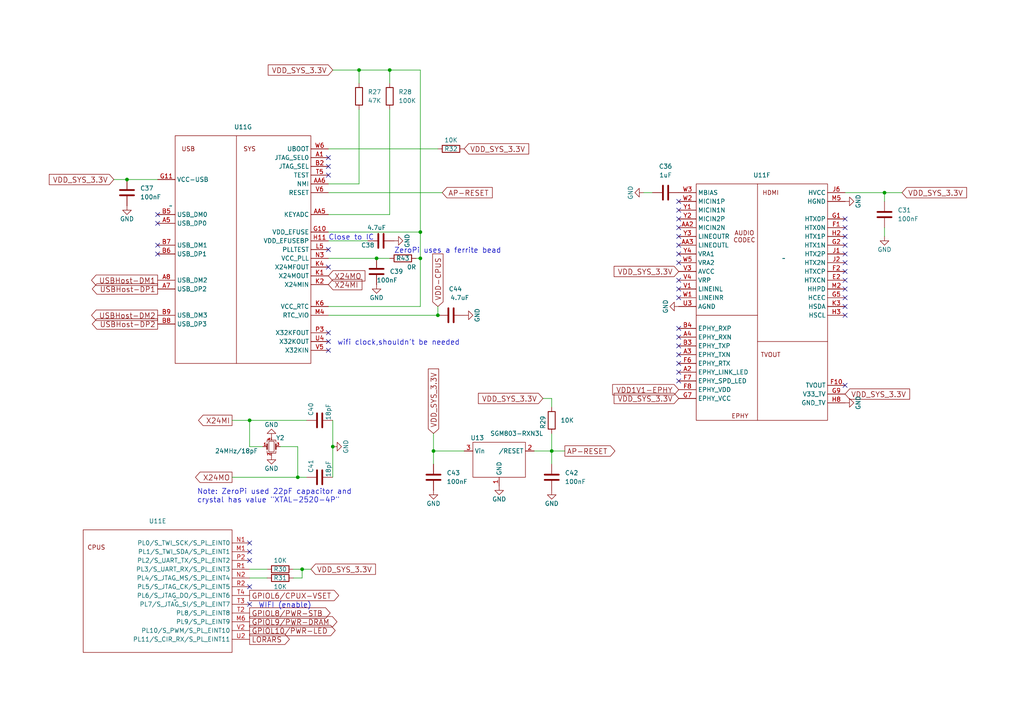
<source format=kicad_sch>
(kicad_sch (version 20230121) (generator eeschema)
  (paper "A4")
  (lib_symbols
    (symbol "Device:C" (pin_numbers hide) (pin_names (offset 0.254))
      (property "Reference" "C" (at 0.635 2.54 0))
      (property "Value" "C" (at 0.635 -2.54 0))
      (symbol "C_0_1"
        (polyline (pts (xy -2.032 -0.762) (xy 2.032 -0.762)) (stroke (width 0.508)))
        (polyline (pts (xy -2.032 0.762) (xy 2.032 0.762)) (stroke (width 0.508)))
      )
      (symbol "C_1_1"
        (pin passive line (at 0 3.81 270) (length 2.794) (name "~") (number "1"))
        (pin passive line (at 0 -3.81 90) (length 2.794) (name "~") (number "2"))
      )
    )
    (symbol "Device:Crystal_GND24_Small" (pin_names (offset 1.016) hide)
      (property "Reference" "Y" (at 1.27 4.445 0))
      (property "Value" "Crystal_GND24_Small" (at 1.27 2.54 0))
      (symbol "Crystal_GND24_Small_0_1"
        (rectangle (start -0.762 -1.524) (end 0.762 1.524))
        (polyline (pts (xy -1.27 -0.762) (xy -1.27 0.762)) (stroke (width 0.381)))
        (polyline (pts (xy 1.27 -0.762) (xy 1.27 0.762)) (stroke (width 0.381)))
        (polyline (pts (xy -1.27 -1.27) (xy -1.27 -1.905) (xy 1.27 -1.905) (xy 1.27 -1.27)))
        (polyline (pts (xy -1.27 1.27) (xy -1.27 1.905) (xy 1.27 1.905) (xy 1.27 1.27)))
      )
      (symbol "Crystal_GND24_Small_1_1"
        (pin passive line (at -2.54 0 0) (length 1.27) (name "1") (number "1"))
        (pin passive line (at 0 -2.54 90) (length 0.635) (name "2") (number "2"))
        (pin passive line (at 2.54 0 180) (length 1.27) (name "3") (number "3"))
        (pin passive line (at 0 2.54 270) (length 0.635) (name "4") (number "4"))
      )
    )
    (symbol "Device:R" (pin_numbers hide) (pin_names (offset 0))
      (property "Reference" "R" (at 2.032 0 90))
      (property "Value" "R" (at 0 0 90))
      (symbol "R_0_1"
        (rectangle (start -1.016 -2.54) (end 1.016 2.54) (stroke (width 0.254)))
      )
      (symbol "R_1_1"
        (pin passive line (at 0 3.81 270) (length 1.27) (name "~") (number "1"))
        (pin passive line (at 0 -3.81 90) (length 1.27) (name "~") (number "2"))
      )
    )
    (symbol "WiRoc:AllwinnerH3"
      (property "Reference" "U" (at 27.94 19.05 0))
      (symbol "AllwinnerH3_1_1"
        (rectangle (start -8.89 38.1) (end 11.43 -93.98))
        (text "DRAM" (at 1.27 35.56 0) (effects (font (size 1.27 1.27))))
        (pin bidirectional line (at -13.97 -27.94 0) (length 5.08) (name "SDQ25") (number "AA11"))
        (pin bidirectional line (at -13.97 -76.2 0) (length 5.08) (name "SDQM3") (number "AA12"))
        (pin bidirectional line (at -13.97 -17.78 0) (length 5.08) (name "SDQ21") (number "AA14"))
        (pin bidirectional line (at -13.97 -57.15 0) (length 5.08) (name "SDQS2") (number "AA15"))
        (pin bidirectional line (at -13.97 -7.62 0) (length 5.08) (name "SDQ17") (number "AA17"))
        (pin bidirectional line (at -13.97 -73.66 0) (length 5.08) (name "SDQM2") (number "AA18"))
        (pin output line (at 16.51 -53.34 180) (length 5.08) (name "SCK") (number "AA19"))
        (pin output line (at 16.51 -55.88 180) (length 5.08) (name "SCKB") (number "AA20"))
        (pin output line (at 16.51 -30.48 180) (length 5.08) (name "SCKE0") (number "AA21"))
        (pin bidirectional line (at -13.97 -38.1 0) (length 5.08) (name "SDQ29") (number "AA8"))
        (pin bidirectional line (at -13.97 -62.23 0) (length 5.08) (name "SDQS3") (number "AA9"))
        (pin bidirectional line (at -13.97 -71.12 0) (length 5.08) (name "SDQM1") (number "G20"))
        (pin bidirectional line (at -13.97 12.7 0) (length 5.08) (name "SDQ9") (number "H20"))
        (pin bidirectional line (at -13.97 10.16 0) (length 5.08) (name "SDQ10") (number "H21"))
        (pin bidirectional line (at -13.97 15.24 0) (length 5.08) (name "SDQ8") (number "J19"))
        (pin bidirectional line (at -13.97 -54.61 0) (length 5.08) (name "SDQSB1") (number "J20"))
        (pin bidirectional line (at -13.97 7.62 0) (length 5.08) (name "SDQ11") (number "J21"))
        (pin bidirectional line (at -13.97 -52.07 0) (length 5.08) (name "SDQS1") (number "K20"))
        (pin power_in line (at 16.51 -66.04 180) (length 5.08) (name "VCC_DRAM0") (number "L16"))
        (pin bidirectional line (at -13.97 5.08 0) (length 5.08) (name "SDQ12") (number "L20"))
        (pin bidirectional line (at -13.97 2.54 0) (length 5.08) (name "SDQ13") (number "L21"))
        (pin power_in line (at 16.51 -68.58 180) (length 5.08) (name "VCC_DRAM1") (number "M16"))
        (pin bidirectional line (at -13.97 -2.54 0) (length 5.08) (name "SDQ15") (number "M19"))
        (pin bidirectional line (at -13.97 -68.58 0) (length 5.08) (name "SDQM0") (number "M20"))
        (pin bidirectional line (at -13.97 0 0) (length 5.08) (name "SDQ14") (number "M21"))
        (pin power_in line (at 16.51 -71.12 180) (length 5.08) (name "VCC_DRAM2") (number "N16"))
        (pin output line (at 16.51 0 180) (length 5.08) (name "SA14") (number "N17"))
        (pin output line (at 16.51 7.62 180) (length 5.08) (name "SA11") (number "N19"))
        (pin bidirectional line (at -13.97 35.56 0) (length 5.08) (name "SDQ0") (number "N20"))
        (pin power_in line (at 16.51 -73.66 180) (length 5.08) (name "VCC_DRAM3") (number "P16"))
        (pin power_in line (at 16.51 -76.2 180) (length 5.08) (name "VCC_DRAM4") (number "P17"))
        (pin output line (at 16.51 10.16 180) (length 5.08) (name "SA10") (number "P19"))
        (pin bidirectional line (at -13.97 30.48 0) (length 5.08) (name "SDQ2") (number "P20"))
        (pin bidirectional line (at -13.97 33.02 0) (length 5.08) (name "SDQ1") (number "P21"))
        (pin power_in line (at 16.51 -78.74 180) (length 5.08) (name "VCC_DRAM5") (number "R16"))
        (pin output line (at 16.51 -2.54 180) (length 5.08) (name "SA15") (number "R17"))
        (pin output line (at 16.51 5.08 180) (length 5.08) (name "SA12") (number "R18"))
        (pin bidirectional line (at -13.97 25.4 0) (length 5.08) (name "SDQ4") (number "R19"))
        (pin bidirectional line (at -13.97 -46.99 0) (length 5.08) (name "SDQS0") (number "R20"))
        (pin bidirectional line (at -13.97 -49.53 0) (length 5.08) (name "SDQSB0") (number "R21"))
        (pin power_in line (at 16.51 -81.28 180) (length 5.08) (name "VCC_DRAM6") (number "T12"))
        (pin power_in line (at 16.51 -83.82 180) (length 5.08) (name "VCC_DRAM7") (number "T13"))
        (pin power_in line (at 16.51 -86.36 180) (length 5.08) (name "VCC_DRAM8") (number "T14"))
        (pin power_in line (at 16.51 -88.9 180) (length 5.08) (name "VCC_DRAM9") (number "T15"))
        (pin output line (at 16.51 -59.69 180) (length 5.08) (name "SVREF") (number "T16"))
        (pin output line (at 16.51 35.56 180) (length 5.08) (name "SA0") (number "T17"))
        (pin output line (at 16.51 -10.16 180) (length 5.08) (name "SBA1") (number "T18"))
        (pin bidirectional line (at -13.97 22.86 0) (length 5.08) (name "SDQ5") (number "T20"))
        (pin power_in line (at 16.51 -91.44 180) (length 5.08) (name "VCC_DRAM10") (number "U11"))
        (pin output line (at 16.51 -20.32 180) (length 5.08) (name "SCAS") (number "U15"))
        (pin output line (at 16.51 -25.4 180) (length 5.08) (name "SRST") (number "U16"))
        (pin output line (at 16.51 33.02 180) (length 5.08) (name "SA1") (number "U18"))
        (pin bidirectional line (at -13.97 20.32 0) (length 5.08) (name "SDQ6") (number "U19"))
        (pin bidirectional line (at -13.97 17.78 0) (length 5.08) (name "SDQ7") (number "U20"))
        (pin bidirectional line (at -13.97 27.94 0) (length 5.08) (name "SDQ3") (number "U21"))
        (pin bidirectional line (at -13.97 -80.01 0) (length 5.08) (name "SZQ") (number "V10"))
        (pin output line (at 16.51 -48.26 180) (length 5.08) (name "SODT1") (number "V11"))
        (pin output line (at 16.51 2.54 180) (length 5.08) (name "SA13") (number "V12"))
        (pin output line (at 16.51 -17.78 180) (length 5.08) (name "SRAS") (number "V13"))
        (pin output line (at 16.51 17.78 180) (length 5.08) (name "SA7") (number "V15"))
        (pin output line (at 16.51 -12.7 180) (length 5.08) (name "SBA2") (number "V17"))
        (pin output line (at 16.51 30.48 180) (length 5.08) (name "SA2") (number "V19"))
        (pin output line (at 16.51 27.94 180) (length 5.08) (name "SA3") (number "V20"))
        (pin output line (at 16.51 25.4 180) (length 5.08) (name "SA4") (number "V21"))
        (pin output line (at 16.51 -45.72 180) (length 5.08) (name "SODT0") (number "W11"))
        (pin bidirectional line (at -13.97 -25.4 0) (length 5.08) (name "SDQ24") (number "W12"))
        (pin output line (at 16.51 -22.86 180) (length 5.08) (name "SWE") (number "W13"))
        (pin bidirectional line (at -13.97 -12.7 0) (length 5.08) (name "SDQ19") (number "W15"))
        (pin output line (at 16.51 -7.62 180) (length 5.08) (name "SBA0") (number "W17"))
        (pin output line (at 16.51 15.24 180) (length 5.08) (name "SA8") (number "W18"))
        (pin output line (at 16.51 -38.1 180) (length 5.08) (name "SCS0") (number "W20"))
        (pin output line (at 16.51 -40.64 180) (length 5.08) (name "SCS1") (number "W21"))
        (pin bidirectional line (at -13.97 -35.56 0) (length 5.08) (name "SDQ28") (number "W9"))
        (pin bidirectional line (at -13.97 -33.02 0) (length 5.08) (name "SDQ27") (number "Y10"))
        (pin bidirectional line (at -13.97 -30.48 0) (length 5.08) (name "SDQ26") (number "Y11"))
        (pin bidirectional line (at -13.97 -22.86 0) (length 5.08) (name "SDQ23") (number "Y12"))
        (pin bidirectional line (at -13.97 -20.32 0) (length 5.08) (name "SDQ22") (number "Y13"))
        (pin bidirectional line (at -13.97 -15.24 0) (length 5.08) (name "SDQ20") (number "Y14"))
        (pin bidirectional line (at -13.97 -59.69 0) (length 5.08) (name "SDQSB2") (number "Y15"))
        (pin bidirectional line (at -13.97 -10.16 0) (length 5.08) (name "SDQ18") (number "Y16"))
        (pin bidirectional line (at -13.97 -5.08 0) (length 5.08) (name "SDQ16") (number "Y17"))
        (pin output line (at 16.51 12.7 180) (length 5.08) (name "SA9") (number "Y18"))
        (pin output line (at 16.51 22.86 180) (length 5.08) (name "SA5") (number "Y19"))
        (pin output line (at 16.51 20.32 180) (length 5.08) (name "SA6") (number "Y20"))
        (pin output line (at 16.51 -33.02 180) (length 5.08) (name "SCKE1") (number "Y21"))
        (pin bidirectional line (at -13.97 -43.18 0) (length 5.08) (name "SDQ31") (number "Y7"))
        (pin bidirectional line (at -13.97 -40.64 0) (length 5.08) (name "SDQ30") (number "Y8"))
        (pin bidirectional line (at -13.97 -64.77 0) (length 5.08) (name "SDQSB3") (number "Y9"))
      )
      (symbol "AllwinnerH3_2_1"
        (rectangle (start -22.86 26.67) (end 6.35 -24.13))
        (text "NAND" (at -17.78 24.13 0) (effects (font (size 1.27 1.27))))
        (pin bidirectional line (at 11.43 2.54 180) (length 5.08) (name "PC7/NAND_RB1") (number "A16"))
        (pin bidirectional line (at 11.43 7.62 180) (length 5.08) (name "PC5/NAND_RE/SDC2_CLK") (number "A17"))
        (pin bidirectional line (at 11.43 12.7 180) (length 5.08) (name "PC3/NAND_CE1/SPI0_CS") (number "B15"))
        (pin bidirectional line (at 11.43 15.24 180) (length 5.08) (name "PC2/NAND_CLE/SPI0_CLK") (number "B16"))
        (pin bidirectional line (at 11.43 -10.16 180) (length 5.08) (name "PC12/NAND_DQ4/SDC2_D4") (number "B17"))
        (pin bidirectional line (at 11.43 0 180) (length 5.08) (name "PC8/NAND_DQ0/SDC2_D0") (number "B18"))
        (pin bidirectional line (at 11.43 -12.7 180) (length 5.08) (name "PC13/NAND_DQ5/SDC2_D5") (number "B19"))
        (pin bidirectional line (at 11.43 20.32 180) (length 5.08) (name "PC0/NAND_WE/SPI0_MOSI") (number "C15"))
        (pin bidirectional line (at 11.43 17.78 180) (length 5.08) (name "PC1/NAND_ALE/SPI0_MISO") (number "C16"))
        (pin bidirectional line (at 11.43 -2.54 180) (length 5.08) (name "PC9/NAND_DQ1/SDC2_D1") (number "C17"))
        (pin bidirectional line (at 11.43 -7.62 180) (length 5.08) (name "PC11/NAND_DQ3/SDC2_D3") (number "C18"))
        (pin bidirectional line (at 11.43 -17.78 180) (length 5.08) (name "PC15/NAND_DQ7/SDC2_D7") (number "C19"))
        (pin bidirectional line (at 11.43 -5.08 180) (length 5.08) (name "PC10/NAND_DQ2/SDC2_D2") (number "D17"))
        (pin bidirectional line (at 11.43 5.08 180) (length 5.08) (name "PC6/NAND_RB0/SDC2_CMD") (number "E16"))
        (pin bidirectional line (at 11.43 10.16 180) (length 5.08) (name "PC4/NAND_CE0") (number "F16"))
        (pin bidirectional line (at 11.43 -15.24 180) (length 5.08) (name "PC14/NAND_DQ6/SDC2_D6") (number "F17"))
        (pin bidirectional line (at 11.43 -20.32 180) (length 5.08) (name "PC16/NAND_DQS/SDC2_RST") (number "H16"))
      )
      (symbol "AllwinnerH3_3_1"
        (rectangle (start -21.59 27.94) (end 7.62 -17.78))
        (text "SDC1\n" (at -17.78 25.4 0) (effects (font (size 1.27 1.27))))
        (pin bidirectional line (at 12.7 -13.97 180) (length 5.08) (name "PG0/SDC1_CLK/PG_EINT0") (number "B1"))
        (pin bidirectional line (at 12.7 6.35 180) (length 5.08) (name "PG5/SDC1_D3/PG_EINT5") (number "C1"))
        (pin bidirectional line (at 12.7 8.89 180) (length 5.08) (name "PG4/SDC1_D2/PG_EINT4") (number "C2"))
        (pin bidirectional line (at 12.7 -1.27 180) (length 5.08) (name "PG8/UART1_RTS/PG_EINT8") (number "C3"))
        (pin bidirectional line (at 12.7 -11.43 180) (length 5.08) (name "PG12/PCM1_DOUTPG_EINT12") (number "D1"))
        (pin bidirectional line (at 12.7 -8.89 180) (length 5.08) (name "PG11/PCM1_CLK/PG_EINT11") (number "D2"))
        (pin bidirectional line (at 12.7 1.27 180) (length 5.08) (name "PG7/UART1_RX/PG_EINT7") (number "D3"))
        (pin bidirectional line (at 12.7 -3.81 180) (length 5.08) (name "PG9/UART1_CTS/PG_EINT9") (number "E3"))
        (pin bidirectional line (at 12.7 11.43 180) (length 5.08) (name "PG3/SDC1_D1/PG_EINT3") (number "F3"))
        (pin bidirectional line (at 12.7 3.81 180) (length 5.08) (name "PG6/UART1_TX/PG_EINT6") (number "G4"))
        (pin bidirectional line (at 12.7 13.97 180) (length 5.08) (name "PG2/SDC1_D0/PG_EINT2") (number "H4"))
        (pin power_in line (at 12.7 25.4 180) (length 5.08) (name "VCC_PG") (number "H7"))
        (pin bidirectional line (at 12.7 19.05 180) (length 5.08) (name "PG0/SDC1_CLK/PG_EINT0") (number "J3"))
        (pin bidirectional line (at 12.7 16.51 180) (length 5.08) (name "PG1/SDC1_CMD/PG_EINT1") (number "L2"))
        (pin bidirectional line (at 12.7 -6.35 180) (length 5.08) (name "PG10/PCM1_SYNC/PG_EINT10") (number "M3"))
      )
      (symbol "AllwinnerH3_4_1"
        (rectangle (start -26.67 26.67) (end 62.23 -82.55))
        (polyline (pts (xy 13.97 -30.48) (xy 62.23 -30.48)))
        (polyline (pts (xy 13.97 -33.02) (xy -26.67 -33.02) (xy -22.86 -33.02)))
        (polyline (pts (xy 13.97 8.89) (xy 13.97 -54.61) (xy 13.97 -27.94)))
        (text "GPIO" (at 12.7 11.43 0) (effects (font (size 1.27 1.27))))
        (pin bidirectional line (at 67.31 -40.64 180) (length 5.08) (name "PE1/CSI_MCLK/TS_ERR") (number "A10"))
        (pin bidirectional line (at 67.31 -66.04 180) (length 5.08) (name "PE11/CSI_D7/TS_D7") (number "A11"))
        (pin bidirectional line (at -31.75 -26.67 0) (length 5.08) (name "PA20/PCM0_DOUT/SIM_VPPEN/PA_EINT20") (number "A13"))
        (pin bidirectional line (at -31.75 -29.21 0) (length 5.08) (name "PA21/PCM0_DIN/SIM_VPPPP/PA_EINT21") (number "A14"))
        (pin bidirectional line (at -31.75 -46.99 0) (length 5.08) (name "PF1/SDC0_D0/JTAG_DI0") (number "A19"))
        (pin bidirectional line (at 67.31 6.35 180) (length 5.08) (name "PD4/RGMII_RXCK/MII_RXCK/RMII_NULL") (number "A20"))
        (pin bidirectional line (at 67.31 -38.1 180) (length 5.08) (name "PE0/CSI_PCLK/TS_CLK") (number "B10"))
        (pin bidirectional line (at 67.31 -43.18 180) (length 5.08) (name "PE2/CSI_HSYNC/TS_SYNC") (number "B11"))
        (pin bidirectional line (at 67.31 -68.58 180) (length 5.08) (name "PE12/CSI_SCK/TWI2_SCK") (number "B12"))
        (pin bidirectional line (at -31.75 -21.59 0) (length 5.08) (name "PA18/PCM0_SYNC/TWI1_SCK/PA_EINT18") (number "B13"))
        (pin bidirectional line (at -31.75 -24.13 0) (length 5.08) (name "PA19/PCM0_CLK/TWI1_SDA/PA_EINT19") (number "B14"))
        (pin bidirectional line (at 67.31 11.43 180) (length 5.08) (name "PD2/RGMII_RXD1/MII_RXD1/RMII_RXD1") (number "B20"))
        (pin bidirectional line (at 67.31 1.27 180) (length 5.08) (name "PD6/RGMII_NULL/MII_RXERR/RMII_RXER") (number "B21"))
        (pin bidirectional line (at 67.31 -45.72 180) (length 5.08) (name "PE3/CSI_VSYNC/TS_DVLD") (number "C10"))
        (pin bidirectional line (at 67.31 -58.42 180) (length 5.08) (name "PE8/CSI_D4/TS_D4") (number "C11"))
        (pin bidirectional line (at 67.31 -60.96 180) (length 5.08) (name "PE9/CSI_D5/TS_D5") (number "C12"))
        (pin bidirectional line (at -31.75 -6.35 0) (length 5.08) (name "PA12/TWI0_SDA/DI_RX/PA_EINT12") (number "C13"))
        (pin bidirectional line (at -31.75 -19.05 0) (length 5.08) (name "PA17/SPDIF_OUT/PA_EINT17") (number "C14"))
        (pin bidirectional line (at -31.75 -57.15 0) (length 5.08) (name "PF5/SDC0_D2/JTAG_CK0") (number "C20"))
        (pin bidirectional line (at 67.31 16.51 180) (length 5.08) (name "PD0/RGMII_RXD3/MII_RXD3/RMII_NULL/DI_TX") (number "C21"))
        (pin bidirectional line (at 67.31 -76.2 180) (length 5.08) (name "PE15") (number "C5"))
        (pin bidirectional line (at 67.31 -73.66 180) (length 5.08) (name "PE14") (number "C6"))
        (pin bidirectional line (at 67.31 -71.12 180) (length 5.08) (name "PE13/CSI_SDA/TWI2_SDA") (number "C7"))
        (pin bidirectional line (at 67.31 -55.88 180) (length 5.08) (name "PE7/CSI_D3/TS_D3") (number "C8"))
        (pin bidirectional line (at 67.31 -48.26 180) (length 5.08) (name "PE4/CSI_D0/TS_D0") (number "C9"))
        (pin bidirectional line (at 67.31 -53.34 180) (length 5.08) (name "PE6/CSI_D2/TS_D2") (number "D10"))
        (pin bidirectional line (at -31.75 24.13 0) (length 5.08) (name "PA0/UART2_TX/JTAG_MS0/PA_EINT0") (number "D11"))
        (pin bidirectional line (at -31.75 1.27 0) (length 5.08) (name "PA9/SIM_RST/PA_EINT9") (number "D13"))
        (pin bidirectional line (at -31.75 -16.51 0) (length 5.08) (name "PA16/SPI1_MISO/UART3_CTS/PA_EINT16") (number "D15"))
        (pin bidirectional line (at -31.75 -44.45 0) (length 5.08) (name "PF0/SDC0_D1/JTAG_MS0") (number "D19"))
        (pin bidirectional line (at -31.75 -49.53 0) (length 5.08) (name "PF2/SDC0_CLK/UART0_TX") (number "D20"))
        (pin bidirectional line (at -31.75 21.59 0) (length 5.08) (name "PA1/UART2_RX/JTAG_CK0/PA_EINT1") (number "D5"))
        (pin bidirectional line (at -31.75 19.05 0) (length 5.08) (name "PA2/UART2_RTS/JTAG_DO0/PA_EINT2") (number "D6"))
        (pin bidirectional line (at -31.75 6.35 0) (length 5.08) (name "PA7/SIM_CLK/PA_EINT7") (number "D8"))
        (pin bidirectional line (at 67.31 -50.8 180) (length 5.08) (name "PE5/CSI_D1/TS_D1") (number "E10"))
        (pin bidirectional line (at -31.75 -1.27 0) (length 5.08) (name "PA10/SIM_DET/PA_EINT10") (number "E11"))
        (pin bidirectional line (at -31.75 16.51 0) (length 5.08) (name "PA3/UART2_CTS/JTAG_DI0/PA_EINT3") (number "E13"))
        (pin bidirectional line (at -31.75 8.89 0) (length 5.08) (name "PA6/SIM_PWREN/PA_EINT6") (number "E14"))
        (pin bidirectional line (at -31.75 -8.89 0) (length 5.08) (name "PA13/SPI1_CS/UART3_TX/PA_EINT13") (number "E15"))
        (pin bidirectional line (at 67.31 -1.27 180) (length 5.08) (name "PD7/RGMII_TXD3/MII_TXD3/RMII_NULL") (number "E18"))
        (pin bidirectional line (at 67.31 -13.97 180) (length 5.08) (name "PD12/RGMII_TXCK/MII_TXCK/RMII_TXCK") (number "E19"))
        (pin bidirectional line (at 67.31 -3.81 180) (length 5.08) (name "PD8/RGMII_TXD2/MII_TXD2/RMII_NULL") (number "E20"))
        (pin bidirectional line (at -31.75 -54.61 0) (length 5.08) (name "PF4/SDC0_D3/UART0_RX") (number "E21"))
        (pin bidirectional line (at 67.31 -63.5 180) (length 5.08) (name "PE10/CSI_D6/TS_D6") (number "E8"))
        (pin bidirectional line (at -31.75 -3.81 0) (length 5.08) (name "PA11/TWI0_SCK/DI_TX/PA_EINT11") (number "F11"))
        (pin bidirectional line (at -31.75 3.81 0) (length 5.08) (name "PA8/SIM_DATA/PA_EINT8") (number "F13"))
        (pin bidirectional line (at -31.75 -13.97 0) (length 5.08) (name "PA15/SPI1_MOSI/UART3_RTS/PA_EINT15") (number "F14"))
        (pin bidirectional line (at -31.75 -52.07 0) (length 5.08) (name "PF3/SDC0_CMD/JTAG_DO0") (number "F18"))
        (pin bidirectional line (at 67.31 3.81 180) (length 5.08) (name "PD5/RGMII_RXCTL/MII_RXDV/RMII_CRS_D") (number "F19"))
        (pin bidirectional line (at 67.31 -11.43 180) (length 5.08) (name "PD11/RGMII_NULL/MII_CRS/RMII_NULL") (number "F20"))
        (pin bidirectional line (at 67.31 -6.35 180) (length 5.08) (name "PD9/RGMII_TXD1/MII_TXD1/RMII_TXD1") (number "F21"))
        (pin bidirectional line (at -31.75 13.97 0) (length 5.08) (name "PA4/UART0_TX/PA_EINT4") (number "F5"))
        (pin bidirectional line (at -31.75 -11.43 0) (length 5.08) (name "PA14/SPI1_CLK/UART3_RX/PA_EINT14") (number "G12"))
        (pin bidirectional line (at -31.75 -59.69 0) (length 5.08) (name "PF6") (number "G18"))
        (pin bidirectional line (at 67.31 13.97 180) (length 5.08) (name "PD1/RGMII_RXD2/MII_RXD2/RMII_NULL/DI_RX") (number "H17"))
        (pin bidirectional line (at 67.31 8.89 180) (length 5.08) (name "PD3/RGMII_RXD0/MII_RXD0/RMII_RXD0") (number "H18"))
        (pin bidirectional line (at 67.31 -8.89 180) (length 5.08) (name "PD10/RGMII_TXD0/MII_TXD0/RMII_TXD0") (number "H19"))
        (pin bidirectional line (at -31.75 11.43 0) (length 5.08) (name "PA5/UART0_RX/PWM0/PA_EINT5") (number "H6"))
        (pin power_in line (at 67.31 24.13 180) (length 5.08) (name "VCC-PD") (number "J15"))
        (pin bidirectional line (at 67.31 -16.51 180) (length 5.08) (name "PD13/RGMII_TXCTL/MII_TXEN/RMII_TXEN") (number "K17"))
        (pin bidirectional line (at 67.31 -21.59 180) (length 5.08) (name "PD15/RGMII_CLKIN/MII_COL/RMII_NULL_") (number "K18"))
        (pin bidirectional line (at 67.31 -19.05 180) (length 5.08) (name "PD14/RGMII_NULL/MII_TXERR/RMII_NULL") (number "L17"))
        (pin bidirectional line (at 67.31 -24.13 180) (length 5.08) (name "PD16/MDC") (number "L18"))
        (pin bidirectional line (at 67.31 -26.67 180) (length 5.08) (name "PD17/MDIO") (number "L19"))
      )
      (symbol "AllwinnerH3_5_1"
        (rectangle (start -17.78 17.78) (end 25.4 -17.78))
        (text "CPUS" (at -13.97 12.7 0) (effects (font (size 1.27 1.27))))
        (pin bidirectional line (at 30.48 11.43 180) (length 5.08) (name "PL1/S_TWI_SDA/S_PL_EINT1") (number "M1"))
        (pin bidirectional line (at 30.48 -8.89 180) (length 5.08) (name "PL9/S_PL_EINT9") (number "M6"))
        (pin bidirectional line (at 30.48 13.97 180) (length 5.08) (name "PL0/S_TWI_SCK/S_PL_EINT0") (number "N1"))
        (pin bidirectional line (at 30.48 3.81 180) (length 5.08) (name "PL4/S_JTAG_MS/S_PL_EINT4") (number "N2"))
        (pin bidirectional line (at 30.48 8.89 180) (length 5.08) (name "PL2/S_UART_TX/S_PL_EINT2") (number "P2"))
        (pin bidirectional line (at 30.48 6.35 180) (length 5.08) (name "PL3/S_UART_RX/S_PL_EINT3") (number "R1"))
        (pin bidirectional line (at 30.48 1.27 180) (length 5.08) (name "PL5/S_JTAG_CK/S_PL_EINT5") (number "R2"))
        (pin bidirectional line (at 30.48 -6.35 180) (length 5.08) (name "PL8/S_PL_EINT8") (number "T2"))
        (pin bidirectional line (at 30.48 -3.81 180) (length 5.08) (name "PL7/S_JTAG_SI/S_PL_EINT7") (number "T3"))
        (pin bidirectional line (at 30.48 -1.27 180) (length 5.08) (name "PL6/S_JTAG_DO/S_PL_EINT6") (number "T4"))
        (pin bidirectional line (at 30.48 -13.97 180) (length 5.08) (name "PL11/S_CIR_RX/S_PL_EINT11") (number "U2"))
        (pin bidirectional line (at 30.48 -11.43 180) (length 5.08) (name "PL10/S_PWM/S_PL_EINT10") (number "V2"))
      )
      (symbol "AllwinnerH3_6_1"
        (rectangle (start -16.51 19.05) (end 21.59 -49.53))
        (polyline (pts (xy -16.51 -19.05) (xy 1.27 -19.05)))
        (polyline (pts (xy 1.27 -26.67) (xy 21.59 -26.67)))
        (polyline (pts (xy 1.27 19.05) (xy 1.27 -49.53)))
        (text "AUDIO\nCODEC" (at -2.54 3.81 0) (effects (font (size 1.27 1.27))))
        (text "EPHY" (at -3.81 -48.26 0) (effects (font (size 1.27 1.27))))
        (text "HDMI" (at 5.08 16.51 0) (effects (font (size 1.27 1.27))))
        (text "TVOUT" (at 5.08 -30.48 0) (effects (font (size 1.27 1.27))))
        (pin bidirectional line (at -21.59 -35.56 0) (length 5.08) (name "EPHY_LINK_LED") (number "A2"))
        (pin bidirectional line (at -21.59 -30.48 0) (length 5.08) (name "EPHY_TXN") (number "A3"))
        (pin bidirectional line (at -21.59 -25.4 0) (length 5.08) (name "EPHY_RXN") (number "A4"))
        (pin bidirectional line (at -21.59 6.35 0) (length 5.08) (name "MICIN2N") (number "AA2"))
        (pin bidirectional line (at -21.59 1.27 0) (length 5.08) (name "LINEOUTL") (number "AA3"))
        (pin bidirectional line (at -21.59 -27.94 0) (length 5.08) (name "EPHY_TXP") (number "B3"))
        (pin bidirectional line (at -21.59 -22.86 0) (length 5.08) (name "EPHY_RXP") (number "B4"))
        (pin bidirectional line (at 26.67 -8.89 180) (length 5.08) (name "HTXCN") (number "E2"))
        (pin bidirectional line (at 26.67 6.35 180) (length 5.08) (name "HTX0N") (number "F1"))
        (pin bidirectional line (at 26.67 -39.37 180) (length 5.08) (name "TVOUT") (number "F10"))
        (pin bidirectional line (at 26.67 -6.35 180) (length 5.08) (name "HTXCP") (number "F2"))
        (pin bidirectional line (at -21.59 -33.02 0) (length 5.08) (name "EPHY_RTX") (number "F6"))
        (pin bidirectional line (at -21.59 -38.1 0) (length 5.08) (name "EPHY_SPD_LED") (number "F7"))
        (pin bidirectional line (at -21.59 -40.64 0) (length 5.08) (name "EPHY_VDD") (number "F8"))
        (pin bidirectional line (at 26.67 8.89 180) (length 5.08) (name "HTX0P") (number "G1"))
        (pin bidirectional line (at 26.67 1.27 180) (length 5.08) (name "HTX1N") (number "G2"))
        (pin bidirectional line (at 26.67 -13.97 180) (length 5.08) (name "HCEC") (number "G5"))
        (pin bidirectional line (at -21.59 -43.18 0) (length 5.08) (name "EPHY_VCC") (number "G7"))
        (pin bidirectional line (at 26.67 -41.91 180) (length 5.08) (name "V33_TV") (number "G9"))
        (pin bidirectional line (at 26.67 3.81 180) (length 5.08) (name "HTX1P") (number "H2"))
        (pin bidirectional line (at 26.67 -19.05 180) (length 5.08) (name "HSCL") (number "H3"))
        (pin bidirectional line (at 26.67 -44.45 180) (length 5.08) (name "GND_TV") (number "H8"))
        (pin bidirectional line (at 26.67 -1.27 180) (length 5.08) (name "HTX2P") (number "J1"))
        (pin bidirectional line (at 26.67 -3.81 180) (length 5.08) (name "HTX2N") (number "J2"))
        (pin power_in line (at 26.67 16.51 180) (length 5.08) (name "HVCC") (number "J6"))
        (pin bidirectional line (at 26.67 -16.51 180) (length 5.08) (name "HSDA") (number "K3"))
        (pin bidirectional line (at 26.67 -11.43 180) (length 5.08) (name "HHPD") (number "M2"))
        (pin power_in line (at 26.67 13.97 180) (length 5.08) (name "HGND") (number "M5"))
        (pin bidirectional line (at -21.59 -16.51 0) (length 5.08) (name "AGND") (number "U3"))
        (pin bidirectional line (at -21.59 -11.43 0) (length 5.08) (name "LINEINL") (number "V1"))
        (pin bidirectional line (at -21.59 -6.35 0) (length 5.08) (name "AVCC") (number "V3"))
        (pin bidirectional line (at -21.59 -8.89 0) (length 5.08) (name "VRP") (number "V4"))
        (pin bidirectional line (at -21.59 -13.97 0) (length 5.08) (name "LINEINR") (number "W1"))
        (pin bidirectional line (at -21.59 13.97 0) (length 5.08) (name "MICIN1P") (number "W2"))
        (pin bidirectional line (at -21.59 16.51 0) (length 5.08) (name "MBIAS") (number "W3"))
        (pin bidirectional line (at -21.59 -3.81 0) (length 5.08) (name "VRA2") (number "W5"))
        (pin bidirectional line (at -21.59 11.43 0) (length 5.08) (name "MICIN1N") (number "Y1"))
        (pin bidirectional line (at -21.59 8.89 0) (length 5.08) (name "MICIN2P") (number "Y2"))
        (pin bidirectional line (at -21.59 3.81 0) (length 5.08) (name "LINEOUTR") (number "Y3"))
        (pin bidirectional line (at -21.59 -1.27 0) (length 5.08) (name "VRA1") (number "Y4"))
      )
      (symbol "AllwinnerH3_7_1"
        (polyline (pts (xy 27.94 17.78) (xy 27.94 -48.26)))
        (rectangle (start 10.16 17.78) (end 49.53 -48.26))
        (text "SYS" (at 31.75 13.97 0) (effects (font (size 1.27 1.27))))
        (text "USB" (at 13.97 13.97 0) (effects (font (size 1.27 1.27))))
        (pin bidirectional line (at 54.61 11.43 180) (length 5.08) (name "JTAG_SEL0") (number "A1"))
        (pin bidirectional line (at 5.08 -7.62 0) (length 5.08) (name "USB_DP0") (number "A5"))
        (pin bidirectional line (at 5.08 -26.67 0) (length 5.08) (name "USB_DP2") (number "A7"))
        (pin bidirectional line (at 5.08 -24.13 0) (length 5.08) (name "USB_DM2") (number "A8"))
        (pin bidirectional line (at 54.61 -5.08 180) (length 5.08) (name "KEYADC") (number "AA5"))
        (pin bidirectional line (at 54.61 3.81 180) (length 5.08) (name "NMI") (number "AA6"))
        (pin bidirectional line (at 54.61 8.89 180) (length 5.08) (name "JTAG_SEL") (number "B2"))
        (pin bidirectional line (at 5.08 -5.08 0) (length 5.08) (name "USB_DM0") (number "B5"))
        (pin bidirectional line (at 5.08 -16.51 0) (length 5.08) (name "USB_DP1") (number "B6"))
        (pin bidirectional line (at 5.08 -13.97 0) (length 5.08) (name "USB_DM1") (number "B7"))
        (pin bidirectional line (at 5.08 -36.83 0) (length 5.08) (name "USB_DP3") (number "B8"))
        (pin bidirectional line (at 5.08 -34.29 0) (length 5.08) (name "USB_DM3") (number "B9"))
        (pin bidirectional line (at 54.61 -10.16 180) (length 5.08) (name "VDD_EFUSE") (number "G10"))
        (pin bidirectional line (at 5.08 5.08 0) (length 5.08) (name "VCC-USB") (number "G11"))
        (pin bidirectional line (at 54.61 -12.7 180) (length 5.08) (name "VDD_EFUSEBP") (number "H11"))
        (pin bidirectional line (at 54.61 -22.86 180) (length 5.08) (name "X24MOUT") (number "K1"))
        (pin bidirectional line (at 54.61 -25.4 180) (length 5.08) (name "X24MIN") (number "K2"))
        (pin bidirectional line (at 54.61 -20.32 180) (length 5.08) (name "X24MFOUT") (number "K4"))
        (pin bidirectional line (at 54.61 -31.75 180) (length 5.08) (name "VCC_RTC") (number "K6"))
        (pin bidirectional line (at 54.61 -15.24 180) (length 5.08) (name "PLLTEST") (number "L5"))
        (pin bidirectional line (at 54.61 -34.29 180) (length 5.08) (name "RTC_VIO") (number "M4"))
        (pin bidirectional line (at 54.61 -17.78 180) (length 5.08) (name "VCC_PLL") (number "N3"))
        (pin bidirectional line (at 54.61 -39.37 180) (length 5.08) (name "X32KFOUT") (number "P3"))
        (pin bidirectional line (at 54.61 6.35 180) (length 5.08) (name "TEST") (number "T5"))
        (pin bidirectional line (at 54.61 -41.91 180) (length 5.08) (name "X32KOUT") (number "U4"))
        (pin bidirectional line (at 54.61 -44.45 180) (length 5.08) (name "X32KIN") (number "V5"))
        (pin bidirectional line (at 54.61 1.27 180) (length 5.08) (name "RESET") (number "V6"))
        (pin bidirectional line (at 54.61 13.97 180) (length 5.08) (name "UBOOT") (number "W6"))
      )
      (symbol "AllwinnerH3_8_1"
        (rectangle (start 26.67 17.78) (end 59.69 -40.64))
        (text "POWER" (at 41.91 15.24 0) (effects (font (size 1.27 1.27))))
        (pin power_in line (at 64.77 -24.13 180) (length 5.08) (name "VDD_SYS0") (number "G13"))
        (pin power_in line (at 64.77 -26.67 180) (length 5.08) (name "VDD_SYS1") (number "G14"))
        (pin power_in line (at 64.77 -29.21 180) (length 5.08) (name "VDD_SYS2") (number "G15"))
        (pin power_in line (at 64.77 13.97 180) (length 5.08) (name "VDD_SYS0") (number "H10"))
        (pin power_in line (at 64.77 -31.75 180) (length 5.08) (name "VDD_SYS3") (number "H13"))
        (pin power_in line (at 64.77 -34.29 180) (length 5.08) (name "VDD_SYS4") (number "H14"))
        (pin power_in line (at 64.77 8.89 180) (length 5.08) (name "VDD_SYS2") (number "J10"))
        (pin power_in line (at 64.77 6.35 180) (length 5.08) (name "VDD_SYS3") (number "J11"))
        (pin power_in line (at 64.77 3.81 180) (length 5.08) (name "VDD_SYS4") (number "J12"))
        (pin power_in line (at 64.77 -36.83 180) (length 5.08) (name "VDD_SYS5") (number "J14"))
        (pin power_in line (at 21.59 -34.29 0) (length 5.08) (name "VDD_CPUS0") (number "J7"))
        (pin power_in line (at 21.59 -36.83 0) (length 5.08) (name "VDD_CPUS1") (number "J8"))
        (pin power_in line (at 64.77 1.27 180) (length 5.08) (name "VDD_SYS5") (number "K10"))
        (pin power_in line (at 64.77 -1.27 180) (length 5.08) (name "VDD_SYS6") (number "K11"))
        (pin power_in line (at 64.77 -3.81 180) (length 5.08) (name "VDD_SYS7") (number "K12"))
        (pin power_in line (at 64.77 11.43 180) (length 5.08) (name "VDD_SYS1") (number "L10"))
        (pin power_in line (at 64.77 -6.35 180) (length 5.08) (name "VDD_SYS8") (number "L11"))
        (pin power_in line (at 64.77 -8.89 180) (length 5.08) (name "VDD_SYS9") (number "L12"))
        (pin power_in line (at 64.77 -11.43 180) (length 5.08) (name "VDD_SYS10") (number "L13"))
        (pin power_in line (at 64.77 -13.97 180) (length 5.08) (name "VDD_SYS11") (number "L14"))
        (pin power_in line (at 21.59 13.97 0) (length 5.08) (name "VDD_CPUX0") (number "N8"))
        (pin power_in line (at 21.59 11.43 0) (length 5.08) (name "VDD_CPUX1") (number "P6"))
        (pin power_in line (at 21.59 8.89 0) (length 5.08) (name "VDD_CPUX2") (number "P7"))
        (pin power_in line (at 21.59 6.35 0) (length 5.08) (name "VDD_CPUX3") (number "P8"))
        (pin power_in line (at 21.59 3.81 0) (length 5.08) (name "VDD_CPUX4") (number "P9"))
        (pin power_in line (at 21.59 1.27 0) (length 5.08) (name "VDD_CPUX5") (number "R6"))
        (pin power_in line (at 21.59 -1.27 0) (length 5.08) (name "VDD_CPUX6") (number "R7"))
        (pin power_in line (at 21.59 -3.81 0) (length 5.08) (name "VDD_CPUX7") (number "R8"))
        (pin power_in line (at 21.59 -26.67 0) (length 5.08) (name "VDD_CPUXFB") (number "T10"))
        (pin power_in line (at 21.59 -6.35 0) (length 5.08) (name "VDD_CPUX8") (number "T6"))
        (pin power_in line (at 21.59 -8.89 0) (length 5.08) (name "VDD_CPUX9") (number "T7"))
        (pin power_in line (at 21.59 -11.43 0) (length 5.08) (name "VDD_CPUX10") (number "T8"))
        (pin power_in line (at 21.59 -29.21 0) (length 5.08) (name "GND_CPUXFB") (number "T9"))
        (pin power_in line (at 21.59 -13.97 0) (length 5.08) (name "VDD_CPUX11") (number "U6"))
        (pin power_in line (at 21.59 -16.51 0) (length 5.08) (name "VDD_CPUX12") (number "U9"))
      )
      (symbol "AllwinnerH3_9_1"
        (rectangle (start 26.67 16.51) (end 59.69 -49.53))
        (text "GND" (at 43.18 13.97 0) (effects (font (size 1.27 1.27))))
        (pin power_in line (at 21.59 12.7 0) (length 5.08) (name "GND0") (number "A21"))
        (pin power_in line (at 64.77 -43.18 180) (length 5.08) (name "GND46") (number "AA1"))
        (pin power_in line (at 64.77 -45.72 180) (length 5.08) (name "GND47") (number "G8"))
        (pin power_in line (at 21.59 10.16 0) (length 5.08) (name "GND1") (number "H12"))
        (pin power_in line (at 21.59 7.62 0) (length 5.08) (name "GND2") (number "H15"))
        (pin power_in line (at 21.59 5.08 0) (length 5.08) (name "GND3") (number "J13"))
        (pin power_in line (at 21.59 2.54 0) (length 5.08) (name "GND4") (number "J16"))
        (pin power_in line (at 21.59 -22.86 0) (length 5.08) (name "GND14") (number "J9"))
        (pin power_in line (at 21.59 -7.62 0) (length 5.08) (name "GND8") (number "K13"))
        (pin power_in line (at 21.59 -10.16 0) (length 5.08) (name "GND9") (number "K14"))
        (pin power_in line (at 21.59 -12.7 0) (length 5.08) (name "GND10") (number "K15"))
        (pin power_in line (at 21.59 -15.24 0) (length 5.08) (name "GND11") (number "K16"))
        (pin power_in line (at 21.59 0 0) (length 5.08) (name "GND5") (number "K7"))
        (pin power_in line (at 21.59 -2.54 0) (length 5.08) (name "GND6") (number "K8"))
        (pin power_in line (at 21.59 -5.08 0) (length 5.08) (name "GND7") (number "K9"))
        (pin power_in line (at 21.59 -25.4 0) (length 5.08) (name "GND15") (number "L15"))
        (pin power_in line (at 21.59 -17.78 0) (length 5.08) (name "GND12") (number "L8"))
        (pin power_in line (at 21.59 -20.32 0) (length 5.08) (name "GND13") (number "L9"))
        (pin power_in line (at 21.59 -35.56 0) (length 5.08) (name "GND19") (number "M10"))
        (pin power_in line (at 21.59 -38.1 0) (length 5.08) (name "GND20") (number "M11"))
        (pin power_in line (at 21.59 -40.64 0) (length 5.08) (name "GND21") (number "M12"))
        (pin power_in line (at 21.59 -43.18 0) (length 5.08) (name "GND22") (number "M13"))
        (pin power_in line (at 21.59 -45.72 0) (length 5.08) (name "GND23") (number "M14"))
        (pin power_in line (at 64.77 12.7 180) (length 5.08) (name "GND24") (number "M15"))
        (pin power_in line (at 21.59 -27.94 0) (length 5.08) (name "GND16") (number "M7"))
        (pin power_in line (at 21.59 -30.48 0) (length 5.08) (name "GND17") (number "M8"))
        (pin power_in line (at 21.59 -33.02 0) (length 5.08) (name "GND18") (number "M9"))
        (pin power_in line (at 64.77 5.08 180) (length 5.08) (name "GND27") (number "N10"))
        (pin power_in line (at 64.77 2.54 180) (length 5.08) (name "GND28") (number "N11"))
        (pin power_in line (at 64.77 0 180) (length 5.08) (name "GND29") (number "N12"))
        (pin power_in line (at 64.77 -2.54 180) (length 5.08) (name "GND30") (number "N13"))
        (pin power_in line (at 64.77 -5.08 180) (length 5.08) (name "GND31") (number "N14"))
        (pin power_in line (at 64.77 -7.62 180) (length 5.08) (name "GND32") (number "N15"))
        (pin power_in line (at 64.77 10.16 180) (length 5.08) (name "GND25") (number "N7"))
        (pin power_in line (at 64.77 7.62 180) (length 5.08) (name "GND26") (number "N9"))
        (pin power_in line (at 64.77 -10.16 180) (length 5.08) (name "GND33") (number "P10"))
        (pin power_in line (at 64.77 -12.7 180) (length 5.08) (name "GND34") (number "P11"))
        (pin power_in line (at 64.77 -15.24 180) (length 5.08) (name "GND35") (number "P12"))
        (pin power_in line (at 64.77 -17.78 180) (length 5.08) (name "GND36") (number "P13"))
        (pin power_in line (at 64.77 -20.32 180) (length 5.08) (name "GND37") (number "P14"))
        (pin power_in line (at 64.77 -22.86 180) (length 5.08) (name "GND38") (number "P15"))
        (pin power_in line (at 64.77 -27.94 180) (length 5.08) (name "GND40") (number "R10"))
        (pin power_in line (at 64.77 -30.48 180) (length 5.08) (name "GND41") (number "R11"))
        (pin power_in line (at 64.77 -33.02 180) (length 5.08) (name "GND42") (number "R12"))
        (pin power_in line (at 64.77 -35.56 180) (length 5.08) (name "GND43") (number "R13"))
        (pin power_in line (at 64.77 -38.1 180) (length 5.08) (name "GND44") (number "R14"))
        (pin power_in line (at 64.77 -25.4 180) (length 5.08) (name "GND39") (number "R9"))
        (pin power_in line (at 64.77 -40.64 180) (length 5.08) (name "GND45") (number "T11"))
      )
    )
    (symbol "WiRoc:SGM803-RXN3"
      (property "Reference" "U" (at -7.62 7.62 0))
      (symbol "SGM803-RXN3_0_1"
        (rectangle (start -8.89 6.35) (end 6.35 -3.81))
      )
      (symbol "SGM803-RXN3_1_1"
        (pin power_in line (at -1.27 -6.35 90) (length 2.54) (name "GND") (number "1"))
        (pin input line (at 8.89 3.81 180) (length 2.54) (name "/RESET") (number "2"))
        (pin power_in line (at -11.43 3.81 0) (length 2.54) (name "Vin") (number "3"))
      )
    )
    (symbol "power:GND" (power) (pin_names (offset 0))
      (property "Value" "GND" (at 0 -3.81 0))
      (symbol "GND_0_1"
        (polyline (pts (xy 0 0) (xy 0 -1.27) (xy 1.27 -1.27) (xy 0 -2.54) (xy -1.27 -1.27) (xy 0 -1.27)))
      )
      (symbol "GND_1_1"
        (pin power_in line (at 0 0 270) (length 0) hide (name "GND") (number "1"))
      )
    )
  )
  (junction (at 104.14 20.32))
  (junction (at 127 91.44))
  (junction (at 36.83 52.07))
  (junction (at 87.63 165.1))
  (junction (at 256.54 55.88))
  (junction (at 86.36 138.43))
  (junction (at 125.73 130.81))
  (junction (at 72.39 121.92))
  (junction (at 121.92 74.93))
  (junction (at 121.92 67.31))
  (junction (at 113.03 20.32))
  (junction (at 109.22 74.93))
  (junction (at 96.52 129.54))
  (junction (at 160.02 130.81))
  (no_connect (at 72.39 162.56))
  (no_connect (at 245.11 81.28))
  (no_connect (at 95.25 72.39))
  (no_connect (at 45.72 64.77))
  (no_connect (at 196.85 71.12))
  (no_connect (at 196.85 73.66))
  (no_connect (at 196.85 97.79))
  (no_connect (at 245.11 88.9))
  (no_connect (at 196.85 60.96))
  (no_connect (at 196.85 110.49))
  (no_connect (at 245.11 66.04))
  (no_connect (at 45.72 73.66))
  (no_connect (at 196.85 83.82))
  (no_connect (at 72.39 170.18))
  (no_connect (at 196.85 81.28))
  (no_connect (at 196.85 105.41))
  (no_connect (at 95.25 45.72))
  (no_connect (at 245.11 71.12))
  (no_connect (at 245.11 76.2))
  (no_connect (at 45.72 71.12))
  (no_connect (at 72.39 175.26))
  (no_connect (at 245.11 68.58))
  (no_connect (at 196.85 102.87))
  (no_connect (at 196.85 95.25))
  (no_connect (at 72.39 160.02))
  (no_connect (at 196.85 86.36))
  (no_connect (at 245.11 73.66))
  (no_connect (at 245.11 86.36))
  (no_connect (at 95.25 99.06))
  (no_connect (at 245.11 91.44))
  (no_connect (at 196.85 100.33))
  (no_connect (at 95.25 96.52))
  (no_connect (at 196.85 58.42))
  (no_connect (at 196.85 66.04))
  (no_connect (at 196.85 68.58))
  (no_connect (at 245.11 78.74))
  (no_connect (at 45.72 62.23))
  (no_connect (at 196.85 76.2))
  (no_connect (at 196.85 107.95))
  (no_connect (at 245.11 111.76))
  (no_connect (at 245.11 63.5))
  (no_connect (at 245.11 83.82))
  (no_connect (at 95.25 48.26))
  (no_connect (at 196.85 63.5))
  (no_connect (at 72.39 157.48))
  (no_connect (at 95.25 101.6))
  (no_connect (at 95.25 50.8))
  (no_connect (at 95.25 77.47))
  (wire (pts (xy 125.73 130.81) (xy 125.73 134.62)))
  (wire (pts (xy 72.39 121.92) (xy 72.39 129.54)))
  (wire (pts (xy 87.63 167.64) (xy 87.63 165.1)))
  (wire (pts (xy 121.92 20.32) (xy 121.92 67.31)))
  (wire (pts (xy 113.03 20.32) (xy 113.03 24.13)))
  (wire (pts (xy 86.36 129.54) (xy 81.28 129.54)))
  (wire (pts (xy 95.25 74.93) (xy 109.22 74.93)))
  (wire (pts (xy 121.92 74.93) (xy 121.92 88.9)))
  (wire (pts (xy 95.25 91.44) (xy 127 91.44)))
  (wire (pts (xy 96.52 121.92) (xy 96.52 129.54)))
  (wire (pts (xy 245.11 55.88) (xy 256.54 55.88)))
  (wire (pts (xy 104.14 20.32) (xy 113.03 20.32)))
  (wire (pts (xy 67.31 121.92) (xy 72.39 121.92)))
  (wire (pts (xy 95.25 69.85) (xy 106.68 69.85)))
  (wire (pts (xy 256.54 55.88) (xy 256.54 58.42)))
  (wire (pts (xy 95.25 43.18) (xy 127 43.18)))
  (wire (pts (xy 86.36 138.43) (xy 86.36 129.54)))
  (wire (pts (xy 85.09 165.1) (xy 87.63 165.1)))
  (wire (pts (xy 95.25 55.88) (xy 128.27 55.88)))
  (wire (pts (xy 88.9 138.43) (xy 86.36 138.43)))
  (wire (pts (xy 85.09 167.64) (xy 87.63 167.64)))
  (wire (pts (xy 36.83 52.07) (xy 45.72 52.07)))
  (wire (pts (xy 157.48 115.57) (xy 160.02 115.57)))
  (wire (pts (xy 113.03 20.32) (xy 121.92 20.32)))
  (wire (pts (xy 160.02 130.81) (xy 163.83 130.81)))
  (wire (pts (xy 121.92 67.31) (xy 95.25 67.31)))
  (wire (pts (xy 121.92 67.31) (xy 121.92 74.93)))
  (wire (pts (xy 160.02 125.73) (xy 160.02 130.81)))
  (wire (pts (xy 87.63 165.1) (xy 90.17 165.1)))
  (wire (pts (xy 96.52 20.32) (xy 104.14 20.32)))
  (wire (pts (xy 95.25 53.34) (xy 104.14 53.34)))
  (wire (pts (xy 256.54 66.04) (xy 256.54 68.58)))
  (wire (pts (xy 72.39 167.64) (xy 77.47 167.64)))
  (wire (pts (xy 125.73 130.81) (xy 134.62 130.81)))
  (wire (pts (xy 160.02 130.81) (xy 160.02 134.62)))
  (wire (pts (xy 113.03 31.75) (xy 113.03 62.23)))
  (wire (pts (xy 154.94 130.81) (xy 160.02 130.81)))
  (wire (pts (xy 125.73 125.73) (xy 125.73 130.81)))
  (wire (pts (xy 120.65 74.93) (xy 121.92 74.93)))
  (wire (pts (xy 127 91.44) (xy 127 88.9)))
  (wire (pts (xy 189.23 55.88) (xy 186.69 55.88)))
  (wire (pts (xy 113.03 62.23) (xy 95.25 62.23)))
  (wire (pts (xy 33.02 52.07) (xy 36.83 52.07)))
  (wire (pts (xy 104.14 53.34) (xy 104.14 31.75)))
  (wire (pts (xy 104.14 20.32) (xy 104.14 24.13)))
  (wire (pts (xy 88.9 121.92) (xy 72.39 121.92)))
  (wire (pts (xy 95.25 88.9) (xy 121.92 88.9)))
  (wire (pts (xy 256.54 55.88) (xy 261.62 55.88)))
  (wire (pts (xy 160.02 115.57) (xy 160.02 118.11)))
  (wire (pts (xy 67.31 138.43) (xy 86.36 138.43)))
  (wire (pts (xy 72.39 165.1) (xy 77.47 165.1)))
  (wire (pts (xy 72.39 129.54) (xy 76.2 129.54)))
  (wire (pts (xy 96.52 129.54) (xy 96.52 138.43)))
  (wire (pts (xy 109.22 74.93) (xy 113.03 74.93)))
  (text "ZeroPi uses a ferrite bead" (at 114.3 73.66 0) (effects (font (size 1.524 1.524)) (justify left bottom)))
  (text "Close to IC" (at 95.25 69.85 0) (effects (font (size 1.524 1.524)) (justify left bottom)))
  (text "Note: ZeroPi used 22pF capacitor and \ncrystal has value \"XTAL-2520-4P\"" (at 57.15 146.05 0) (effects (font (size 1.524 1.524)) (justify left bottom)))
  (text "wifi clock,shouldn't be needed" (at 97.79 100.33 0) (effects (font (size 1.524 1.524)) (justify left bottom)))
  (text "WIFI (enable)" (at 74.93 176.53 0) (effects (font (size 1.524 1.524)) (justify left bottom)))
  (global_label "GPIOL10{slash}PWR-LED" (shape output) (at 72.39 182.88 0) (effects (font (size 1.524 1.524))) (property "Intersheetrefs" "${INTERSHEET_REFS}" (effects hide)))
  (global_label "VDD_SYS_3.3V" (shape input) (at 245.11 114.3 0) (effects (font (size 1.524 1.524))) (property "Intersheetrefs" "${INTERSHEET_REFS}" (effects hide)))
  (global_label "USBHost-DM1" (shape output) (at 45.72 81.28 180) (effects (font (size 1.524 1.524))) (property "Intersheetrefs" "${INTERSHEET_REFS}" (effects hide)))
  (global_label "VDD_SYS_3.3V" (shape input) (at 196.85 115.57 180) (effects (font (size 1.524 1.524))) (property "Intersheetrefs" "${INTERSHEET_REFS}" (effects hide)))
  (global_label "GPIOL9{slash}PWR-DRAM" (shape output) (at 72.39 180.34 0) (effects (font (size 1.524 1.524))) (property "Intersheetrefs" "${INTERSHEET_REFS}" (effects hide)))
  (global_label "X24MO" (shape output) (at 67.31 138.43 180) (effects (font (size 1.524 1.524))) (property "Intersheetrefs" "${INTERSHEET_REFS}" (effects hide)))
  (global_label "AP-RESET" (shape output) (at 163.83 130.81 0) (effects (font (size 1.524 1.524))) (property "Intersheetrefs" "${INTERSHEET_REFS}" (effects hide)))
  (global_label "USBHost-DP1" (shape output) (at 45.72 83.82 180) (effects (font (size 1.524 1.524))) (property "Intersheetrefs" "${INTERSHEET_REFS}" (effects hide)))
  (global_label "X24MI" (shape input) (at 95.25 82.55 0) (effects (font (size 1.524 1.524))) (property "Intersheetrefs" "${INTERSHEET_REFS}" (effects hide)))
  (global_label "VDD_SYS_3.3V" (shape input) (at 125.73 125.73 90) (effects (font (size 1.524 1.524))) (property "Intersheetrefs" "${INTERSHEET_REFS}" (effects hide)))
  (global_label "VDD_SYS_3.3V" (shape input) (at 134.62 43.18 0) (effects (font (size 1.524 1.524))) (property "Intersheetrefs" "${INTERSHEET_REFS}" (effects hide)))
  (global_label "USBHost-DM2" (shape output) (at 45.72 91.44 180) (effects (font (size 1.524 1.524))) (property "Intersheetrefs" "${INTERSHEET_REFS}" (effects hide)))
  (global_label "VDD-CPUS" (shape input) (at 127 88.9 90) (effects (font (size 1.524 1.524))) (property "Intersheetrefs" "${INTERSHEET_REFS}" (effects hide)))
  (global_label "LORARS" (shape output) (at 72.39 185.42 0) (effects (font (size 1.524 1.524))) (property "Intersheetrefs" "${INTERSHEET_REFS}" (effects hide)))
  (global_label "X24MI" (shape output) (at 67.31 121.92 180) (effects (font (size 1.524 1.524))) (property "Intersheetrefs" "${INTERSHEET_REFS}" (effects hide)))
  (global_label "X24MO" (shape input) (at 95.25 80.01 0) (effects (font (size 1.524 1.524))) (property "Intersheetrefs" "${INTERSHEET_REFS}" (effects hide)))
  (global_label "AP-RESET" (shape input) (at 128.27 55.88 0) (effects (font (size 1.524 1.524))) (property "Intersheetrefs" "${INTERSHEET_REFS}" (effects hide)))
  (global_label "VDD_SYS_3.3V" (shape input) (at 33.02 52.07 180) (effects (font (size 1.524 1.524))) (property "Intersheetrefs" "${INTERSHEET_REFS}" (effects hide)))
  (global_label "VDD_SYS_3.3V" (shape input) (at 90.17 165.1 0) (effects (font (size 1.524 1.524))) (property "Intersheetrefs" "${INTERSHEET_REFS}" (effects hide)))
  (global_label "VDD_SYS_3.3V" (shape input) (at 196.85 78.74 180) (effects (font (size 1.524 1.524))) (property "Intersheetrefs" "${INTERSHEET_REFS}" (effects hide)))
  (global_label "GPIOL6{slash}CPUX-VSET" (shape output) (at 72.39 172.72 0) (effects (font (size 1.524 1.524))) (property "Intersheetrefs" "${INTERSHEET_REFS}" (effects hide)))
  (global_label "VDD1V1-EPHY" (shape input) (at 196.85 113.03 180) (effects (font (size 1.524 1.524))) (property "Intersheetrefs" "${INTERSHEET_REFS}" (effects hide)))
  (global_label "GPIOL8{slash}PWR-STB" (shape output) (at 72.39 177.8 0) (effects (font (size 1.524 1.524))) (property "Intersheetrefs" "${INTERSHEET_REFS}" (effects hide)))
  (global_label "USBHost-DP2" (shape output) (at 45.72 93.98 180) (effects (font (size 1.524 1.524))) (property "Intersheetrefs" "${INTERSHEET_REFS}" (effects hide)))
  (global_label "VDD_SYS_3.3V" (shape input) (at 261.62 55.88 0) (effects (font (size 1.524 1.524))) (property "Intersheetrefs" "${INTERSHEET_REFS}" (effects hide)))
  (global_label "VDD_SYS_3.3V" (shape input) (at 157.48 115.57 180) (effects (font (size 1.524 1.524))) (property "Intersheetrefs" "${INTERSHEET_REFS}" (effects hide)))
  (global_label "VDD_SYS_3.3V" (shape input) (at 96.52 20.32 180) (effects (font (size 1.524 1.524))) (property "Intersheetrefs" "${INTERSHEET_REFS}" (effects hide)))
  (symbol (lib_id "power:GND") (at 256.54 68.58 0) (unit 1)
    (property "Reference" "#PWR054" (effects hide))
    (property "Value" "GND" (at 256.54 72.39 0))
  )
  (symbol (lib_id "Device:C") (at 110.49 69.85 90) (unit 1)
    (property "Reference" "C38" (at 106.68 71.12 90))
    (property "Value" "4.7uF" (at 109.22 66.04 90))
    (property "Footprint" "Capacitor_SMD:C_0402_1005Metric" (effects hide))
  )
  (symbol (lib_id "Device:C") (at 256.54 62.23 0) (unit 1)
    (property "Reference" "C31" (at 260.35 60.96 0) (effects (justify left)))
    (property "Value" "100nF" (at 260.35 63.5 0) (effects (justify left)))
    (property "Footprint" "Capacitor_SMD:C_0402_1005Metric" (effects hide))
  )
  (symbol (lib_id "Device:C") (at 160.02 138.43 0) (unit 1)
    (property "Reference" "C42" (at 163.83 137.16 0) (effects (justify left)))
    (property "Value" "100nF" (at 163.83 139.7 0) (effects (justify left)))
    (property "Footprint" "Capacitor_SMD:C_0402_1005Metric" (effects hide))
  )
  (symbol (lib_id "WiRoc:AllwinnerH3") (at 218.44 72.39 0) (unit 6)
    (property "Reference" "U11" (at 220.98 50.8 0))
    (property "Value" "~" (at 227.33 74.93 0))
    (property "Footprint" "WiRoc:BGA-347_21x21_14.0x14.0mm" (effects hide))
  )
  (symbol (lib_id "Device:R") (at 104.14 27.94 0) (unit 1)
    (property "Reference" "R27" (at 106.68 26.67 0) (effects (justify left)))
    (property "Value" "47K" (at 106.68 29.21 0) (effects (justify left)))
    (property "Footprint" "Resistor_SMD:R_0402_1005Metric" (effects hide))
  )
  (symbol (lib_id "power:GND") (at 196.85 88.9 270) (unit 1)
    (property "Reference" "#PWR055" (effects hide))
    (property "Value" "GND" (at 193.04 88.9 0))
  )
  (symbol (lib_id "Device:C") (at 193.04 55.88 90) (unit 1)
    (property "Reference" "C36" (at 193.04 48.26 90))
    (property "Value" "1uF" (at 193.04 50.8 90))
    (property "Footprint" "Capacitor_SMD:C_0402_1005Metric" (effects hide))
  )
  (symbol (lib_id "power:GND") (at 245.11 58.42 90) (unit 1)
    (property "Reference" "#PWR053" (effects hide))
    (property "Value" "GND" (at 248.92 58.42 0))
  )
  (symbol (lib_id "power:GND") (at 36.83 59.69 0) (unit 1)
    (property "Reference" "#PWR060" (effects hide))
    (property "Value" "GND" (at 36.83 63.5 0))
  )
  (symbol (lib_id "power:GND") (at 125.73 142.24 0) (unit 1)
    (property "Reference" "#PWR066" (effects hide))
    (property "Value" "GND" (at 125.73 146.05 0))
  )
  (symbol (lib_id "power:GND") (at 109.22 82.55 0) (unit 1)
    (property "Reference" "#PWR062" (effects hide))
    (property "Value" "GND" (at 109.22 86.36 0))
  )
  (symbol (lib_id "Device:C") (at 92.71 138.43 270) (unit 1)
    (property "Reference" "C41" (at 90.17 137.16 0) (effects (justify right)))
    (property "Value" "18pF" (at 95.25 138.43 0) (effects (justify right)))
    (property "Footprint" "Capacitor_SMD:C_0402_1005Metric" (effects hide))
  )
  (symbol (lib_id "power:GND") (at 78.74 132.08 0) (unit 1)
    (property "Reference" "#PWR064" (effects hide))
    (property "Value" "GND" (at 78.74 135.89 0))
  )
  (symbol (lib_id "Device:R") (at 81.28 165.1 90) (unit 1)
    (property "Reference" "R30" (at 81.28 165.1 90))
    (property "Value" "10K" (at 81.28 162.56 90))
    (property "Footprint" "Resistor_SMD:R_0402_1005Metric" (effects hide))
  )
  (symbol (lib_id "Device:R") (at 116.84 74.93 90) (unit 1)
    (property "Reference" "R43" (at 116.84 74.93 90))
    (property "Value" "0R" (at 119.38 77.47 90))
    (property "Footprint" "Resistor_SMD:R_0402_1005Metric" (effects hide))
  )
  (symbol (lib_id "Device:R") (at 81.28 167.64 90) (unit 1)
    (property "Reference" "R31" (at 81.28 167.64 90))
    (property "Value" "10K" (at 81.28 170.18 90))
    (property "Footprint" "Resistor_SMD:R_0402_1005Metric" (effects hide))
  )
  (symbol (lib_id "power:GND") (at 134.62 91.44 90) (unit 1)
    (property "Reference" "#PWR067" (effects hide))
    (property "Value" "GND" (at 138.43 91.44 0))
  )
  (symbol (lib_id "WiRoc:SGM803-RXN3") (at 146.05 134.62 0) (unit 1)
    (property "Reference" "U13" (at 138.43 127 0))
    (property "Value" "SGM803-RXN3L" (at 149.86 125.73 0))
    (property "Footprint" "Package_TO_SOT_SMD:SOT-23-3" (effects hide))
    (property "Datasheet" "http://www.yroho.xyz/pdf/SGM809.pdf" (effects hide))
  )
  (symbol (lib_id "power:GND") (at 96.52 129.54 90) (unit 1)
    (property "Reference" "#PWR065" (effects hide))
    (property "Value" "GND" (at 100.33 129.54 0))
  )
  (symbol (lib_id "Device:R") (at 160.02 121.92 0) (unit 1)
    (property "Reference" "R29" (at 157.48 124.46 90) (effects (justify left)))
    (property "Value" "10K" (at 162.56 121.92 0) (effects (justify left)))
    (property "Footprint" "Resistor_SMD:R_0402_1005Metric" (effects hide))
  )
  (symbol (lib_id "power:GND") (at 160.02 142.24 0) (unit 1)
    (property "Reference" "#PWR077" (effects hide))
    (property "Value" "GND" (at 160.02 146.05 0))
  )
  (symbol (lib_id "Device:C") (at 125.73 138.43 0) (unit 1)
    (property "Reference" "C43" (at 129.54 137.16 0) (effects (justify left)))
    (property "Value" "100nF" (at 129.54 139.7 0) (effects (justify left)))
    (property "Footprint" "Capacitor_SMD:C_0402_1005Metric" (effects hide))
  )
  (symbol (lib_id "power:GND") (at 114.3 69.85 90) (unit 1)
    (property "Reference" "#PWR061" (effects hide))
    (property "Value" "GND" (at 118.11 69.85 0))
  )
  (symbol (lib_id "Device:C") (at 130.81 91.44 90) (unit 1)
    (property "Reference" "C44" (at 132.08 83.82 90))
    (property "Value" "4.7uF" (at 133.35 86.36 90))
    (property "Footprint" "Capacitor_SMD:C_0402_1005Metric" (effects hide))
  )
  (symbol (lib_id "power:GND") (at 245.11 116.84 90) (unit 1)
    (property "Reference" "#PWR052" (effects hide))
    (property "Value" "GND" (at 248.92 116.84 0))
  )
  (symbol (lib_id "Device:C") (at 92.71 121.92 270) (unit 1)
    (property "Reference" "C40" (at 90.17 120.65 0) (effects (justify right)))
    (property "Value" "18pF" (at 95.25 121.92 0) (effects (justify right)))
    (property "Footprint" "Capacitor_SMD:C_0402_1005Metric" (effects hide))
  )
  (symbol (lib_id "power:GND") (at 78.74 127 180) (unit 1)
    (property "Reference" "#PWR063" (effects hide))
    (property "Value" "GND" (at 78.74 123.19 0))
  )
  (symbol (lib_id "WiRoc:AllwinnerH3") (at 40.64 57.15 0) (unit 7)
    (property "Reference" "U11" (at 70.485 36.83 0))
    (property "Value" "~" (at 49.53 59.69 0))
    (property "Footprint" "WiRoc:BGA-347_21x21_14.0x14.0mm" (effects hide))
  )
  (symbol (lib_id "Device:C") (at 109.22 78.74 180) (unit 1)
    (property "Reference" "C39" (at 113.03 78.74 0) (effects (justify right)))
    (property "Value" "100nF" (at 109.22 81.28 0) (effects (justify right)))
    (property "Footprint" "Capacitor_SMD:C_0402_1005Metric" (effects hide))
  )
  (symbol (lib_id "WiRoc:AllwinnerH3") (at 41.91 171.45 0) (unit 5)
    (property "Reference" "U11" (at 45.72 151.13 0))
    (property "Value" "~" (at 50.8 173.99 0))
    (property "Footprint" "WiRoc:BGA-347_21x21_14.0x14.0mm" (effects hide))
  )
  (symbol (lib_id "power:GND") (at 144.78 140.97 0) (unit 1)
    (property "Reference" "#PWR076" (effects hide))
    (property "Value" "GND" (at 144.78 144.78 0))
  )
  (symbol (lib_id "Device:R") (at 113.03 27.94 0) (unit 1)
    (property "Reference" "R28" (at 115.57 26.67 0) (effects (justify left)))
    (property "Value" "100K" (at 115.57 29.21 0) (effects (justify left)))
    (property "Footprint" "Resistor_SMD:R_0402_1005Metric" (effects hide))
  )
  (symbol (lib_id "Device:C") (at 36.83 55.88 0) (unit 1)
    (property "Reference" "C37" (at 40.64 54.61 0) (effects (justify left)))
    (property "Value" "100nF" (at 40.64 57.15 0) (effects (justify left)))
    (property "Footprint" "Capacitor_SMD:C_0402_1005Metric" (effects hide))
  )
  (symbol (lib_id "power:GND") (at 186.69 55.88 270) (unit 1)
    (property "Reference" "#PWR059" (effects hide))
    (property "Value" "GND" (at 182.88 55.88 0))
  )
  (symbol (lib_id "Device:R") (at 130.81 43.18 90) (unit 1)
    (property "Reference" "R32" (at 130.81 43.18 90))
    (property "Value" "10K" (at 130.81 40.64 90))
    (property "Footprint" "Resistor_SMD:R_0402_1005Metric" (effects hide))
  )
  (symbol (lib_id "Device:Crystal_GND24_Small") (at 78.74 129.54 0) (unit 1)
    (property "Reference" "Y2" (at 81.28 127 0))
    (property "Value" "24MHz/18pF" (at 68.58 130.81 0))
    (property "Footprint" "Crystal:Crystal_SMD_2520-4Pin_2.5x2.0mm" (effects hide))
  )
)
</source>
